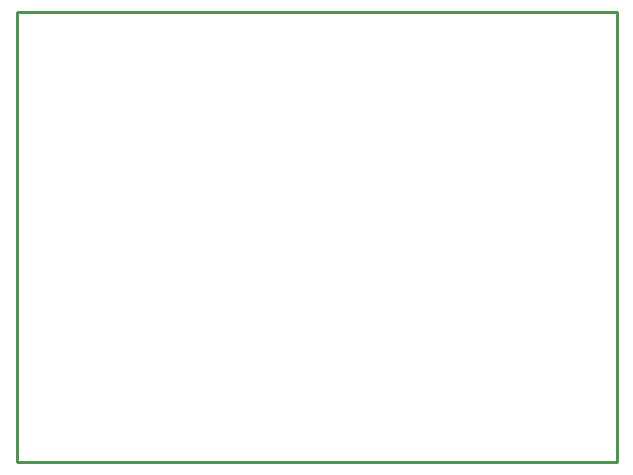
<source format=gbr>
G04 start of page 4 for group 2 idx 2 *
G04 Title: (unknown), outline *
G04 Creator: pcb 20140316 *
G04 CreationDate: Sun 30 Dec 2018 07:44:10 PM GMT UTC *
G04 For: railfan *
G04 Format: Gerber/RS-274X *
G04 PCB-Dimensions (mil): 2000.00 1500.00 *
G04 PCB-Coordinate-Origin: lower left *
%MOIN*%
%FSLAX25Y25*%
%LNOUTLINE*%
%ADD40C,0.0100*%
G54D40*X0Y0D02*Y150000D01*
X200000Y0D02*X0D01*
X200000Y150000D02*X0D01*
X200000D02*Y0D01*
M02*

</source>
